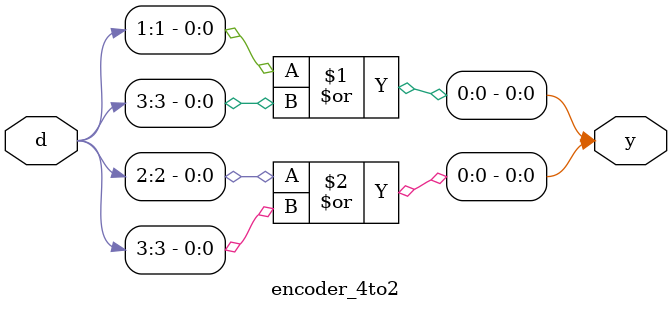
<source format=v>
module encoder_4to2 (
  input [3:0] d,
  output [1:0] y
);
assign y[0] = d[1] | d[3];
assign y[0] = d[2] | d[3];
endmodule

</source>
